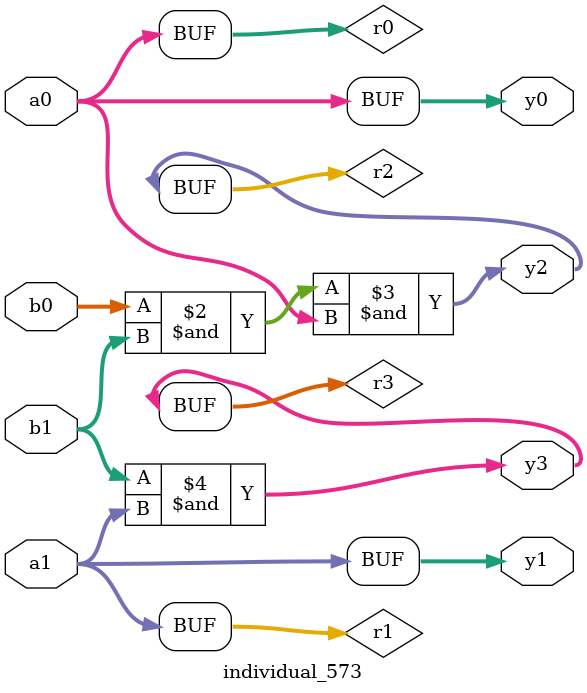
<source format=sv>
module individual_573(input logic [15:0] a1, input logic [15:0] a0, input logic [15:0] b1, input logic [15:0] b0, output logic [15:0] y3, output logic [15:0] y2, output logic [15:0] y1, output logic [15:0] y0);
logic [15:0] r0, r1, r2, r3; 
 always@(*) begin 
	 r0 = a0; r1 = a1; r2 = b0; r3 = b1; 
 	 r2  &=  r3 ;
 	 r2  &=  a0 ;
 	 r3  &=  a1 ;
 	 y3 = r3; y2 = r2; y1 = r1; y0 = r0; 
end
endmodule
</source>
